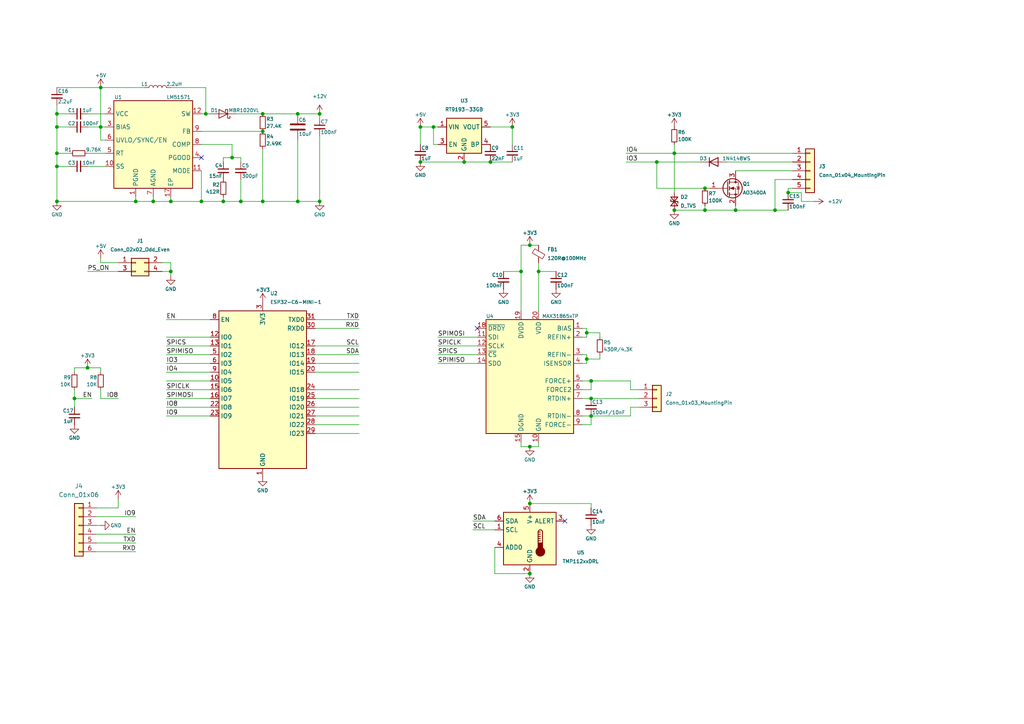
<source format=kicad_sch>
(kicad_sch (version 20250114) (generator "eeschema") (generator_version "9.0")
  (paper "A4")
  (junction (at 68.58 -22.86))
  (junction (at 204.47 60.96))
  (junction (at 31.75 -33.02))
  (junction (at 16.51 36.83))
  (junction (at 76.2 33.02))
  (junction (at 148.59 36.83))
  (junction (at 121.92 46.99))
  (junction (at 25.4 106.68))
  (junction (at 76.2 38.1))
  (junction (at 125.73 36.83))
  (junction (at 170.18 104.14))
  (junction (at 228.6 55.88))
  (junction (at 15.24 -33.02))
  (junction (at 121.92 36.83))
  (junction (at 30.48 -7.62))
  (junction (at 39.37 58.42))
  (junction (at 171.45 110.49))
  (junction (at 60.96 -7.62))
  (junction (at 134.62 46.99))
  (junction (at 153.67 71.12))
  (junction (at 171.45 115.57))
  (junction (at 16.51 33.02))
  (junction (at 41.91 -7.62))
  (junction (at 195.58 60.96))
  (junction (at 224.79 60.96))
  (junction (at 76.2 58.42))
  (junction (at 86.36 58.42))
  (junction (at 60.96 -17.78))
  (junction (at 49.53 78.74))
  (junction (at 77.47 -22.86))
  (junction (at 156.21 78.74))
  (junction (at 59.69 33.02))
  (junction (at 44.45 -7.62))
  (junction (at 195.58 44.45))
  (junction (at 92.71 58.42))
  (junction (at 30.48 -15.24))
  (junction (at 68.58 -7.62))
  (junction (at 153.67 146.05))
  (junction (at 29.21 25.4))
  (junction (at 64.77 58.42))
  (junction (at 153.67 166.37))
  (junction (at 190.5 46.99))
  (junction (at 171.45 120.65))
  (junction (at 16.51 58.42))
  (junction (at 67.31 45.72))
  (junction (at 204.47 54.61))
  (junction (at 142.24 46.99))
  (junction (at 58.42 58.42))
  (junction (at 153.67 129.54))
  (junction (at 77.47 -7.62))
  (junction (at 170.18 96.52))
  (junction (at 24.13 -7.62))
  (junction (at 92.71 33.02))
  (junction (at 213.36 60.96))
  (junction (at 69.85 58.42))
  (junction (at 49.53 58.42))
  (junction (at 16.51 44.45))
  (junction (at 60.96 -22.86))
  (junction (at 44.45 58.42))
  (junction (at 16.51 48.26))
  (junction (at 29.21 36.83))
  (junction (at 151.13 78.74))
  (junction (at 21.59 115.57))
  (junction (at 86.36 33.02))
  (no_connect (at 58.42 45.72))
  (no_connect (at 138.43 95.25))
  (no_connect (at 163.83 151.13))
  (wire (pts (xy 69.85 45.72) (xy 69.85 46.99)))
  (wire (pts (xy 46.99 -40.64) (xy 54.61 -40.64)))
  (wire (pts (xy 60.96 -7.62) (xy 44.45 -7.62)))
  (wire (pts (xy 30.48 40.64) (xy 29.21 40.64)))
  (wire (pts (xy 48.26 105.41) (xy 60.96 105.41)))
  (wire (pts (xy 30.48 -7.62) (xy 30.48 -8.89)))
  (wire (pts (xy 232.41 58.42) (xy 236.22 58.42)))
  (wire (pts (xy 48.26 113.03) (xy 60.96 113.03)))
  (wire (pts (xy 181.61 46.99) (xy 190.5 46.99)))
  (wire (pts (xy 31.75 -40.64) (xy 31.75 -33.02)))
  (wire (pts (xy 46.99 78.74) (xy 49.53 78.74)))
  (wire (pts (xy 228.6 55.88) (xy 232.41 55.88)))
  (wire (pts (xy 68.58 -15.24) (xy 68.58 -7.62)))
  (wire (pts (xy 92.71 33.02) (xy 86.36 33.02)))
  (wire (pts (xy 91.44 105.41) (xy 104.14 105.41)))
  (wire (pts (xy 15.24 -33.02) (xy 15.24 -31.75)))
  (wire (pts (xy 121.92 36.83) (xy 121.92 41.91)))
  (wire (pts (xy 33.02 -15.24) (xy 30.48 -15.24)))
  (wire (pts (xy 171.45 113.03) (xy 171.45 110.49)))
  (wire (pts (xy 91.44 123.19) (xy 104.14 123.19)))
  (wire (pts (xy 195.58 44.45) (xy 229.87 44.45)))
  (wire (pts (xy 77.47 -7.62) (xy 68.58 -7.62)))
  (wire (pts (xy 171.45 110.49) (xy 168.91 110.49)))
  (wire (pts (xy 34.29 144.78) (xy 34.29 147.32)))
  (wire (pts (xy 33.02 -33.02) (xy 31.75 -33.02)))
  (wire (pts (xy 67.31 41.91) (xy 67.31 45.72)))
  (wire (pts (xy 25.4 106.68) (xy 29.21 106.68)))
  (wire (pts (xy 66.04 -27.94) (xy 63.5 -27.94)))
  (wire (pts (xy 76.2 43.18) (xy 76.2 58.42)))
  (wire (pts (xy 143.51 158.75) (xy 143.51 166.37)))
  (wire (pts (xy 27.94 160.02) (xy 39.37 160.02)))
  (wire (pts (xy 48.26 120.65) (xy 60.96 120.65)))
  (wire (pts (xy 27.94 157.48) (xy 39.37 157.48)))
  (wire (pts (xy 213.36 60.96) (xy 224.79 60.96)))
  (wire (pts (xy 59.69 33.02) (xy 60.96 33.02)))
  (wire (pts (xy 21.59 106.68) (xy 21.59 107.95)))
  (wire (pts (xy 44.45 58.42) (xy 44.45 57.15)))
  (wire (pts (xy 195.58 44.45) (xy 195.58 55.88)))
  (wire (pts (xy 204.47 60.96) (xy 213.36 60.96)))
  (wire (pts (xy 29.21 113.03) (xy 29.21 115.57)))
  (wire (pts (xy 127 105.41) (xy 138.43 105.41)))
  (wire (pts (xy 127 41.91) (xy 125.73 41.91)))
  (wire (pts (xy 44.45 58.42) (xy 49.53 58.42)))
  (wire (pts (xy 25.4 78.74) (xy 34.29 78.74)))
  (wire (pts (xy 92.71 58.42) (xy 86.36 58.42)))
  (wire (pts (xy 156.21 71.12) (xy 153.67 71.12)))
  (wire (pts (xy 53.34 -17.78) (xy 60.96 -17.78)))
  (wire (pts (xy 21.59 118.11) (xy 21.59 115.57)))
  (wire (pts (xy 156.21 76.2) (xy 156.21 78.74)))
  (wire (pts (xy 127 97.79) (xy 138.43 97.79)))
  (wire (pts (xy 137.16 151.13) (xy 143.51 151.13)))
  (wire (pts (xy 168.91 123.19) (xy 171.45 123.19)))
  (wire (pts (xy 91.44 100.33) (xy 104.14 100.33)))
  (wire (pts (xy 170.18 95.25) (xy 170.18 96.52)))
  (wire (pts (xy 41.91 -8.89) (xy 41.91 -7.62)))
  (wire (pts (xy 29.21 106.68) (xy 29.21 107.95)))
  (wire (pts (xy 204.47 54.61) (xy 190.5 54.61)))
  (wire (pts (xy 16.51 48.26) (xy 20.32 48.26)))
  (wire (pts (xy 77.47 -15.24) (xy 77.47 -7.62)))
  (wire (pts (xy 69.85 58.42) (xy 64.77 58.42)))
  (wire (pts (xy 173.99 96.52) (xy 173.99 97.79)))
  (wire (pts (xy 229.87 52.07) (xy 224.79 52.07)))
  (wire (pts (xy 46.99 76.2) (xy 49.53 76.2)))
  (wire (pts (xy 48.26 100.33) (xy 60.96 100.33)))
  (wire (pts (xy 21.59 113.03) (xy 21.59 115.57)))
  (wire (pts (xy 156.21 78.74) (xy 156.21 90.17)))
  (wire (pts (xy 170.18 102.87) (xy 170.18 104.14)))
  (wire (pts (xy 30.48 -22.86) (xy 33.02 -22.86)))
  (wire (pts (xy 16.51 33.02) (xy 16.51 36.83)))
  (wire (pts (xy 121.92 46.99) (xy 134.62 46.99)))
  (wire (pts (xy 127 102.87) (xy 138.43 102.87)))
  (wire (pts (xy 143.51 166.37) (xy 153.67 166.37)))
  (wire (pts (xy 54.61 -33.02) (xy 53.34 -33.02)))
  (wire (pts (xy 39.37 149.86) (xy 27.94 149.86)))
  (wire (pts (xy 170.18 96.52) (xy 170.18 97.79)))
  (wire (pts (xy 195.58 41.91) (xy 195.58 44.45)))
  (wire (pts (xy 29.21 36.83) (xy 29.21 25.4)))
  (wire (pts (xy 16.51 36.83) (xy 16.51 44.45)))
  (wire (pts (xy 153.67 71.12) (xy 151.13 71.12)))
  (wire (pts (xy 16.51 58.42) (xy 39.37 58.42)))
  (wire (pts (xy 48.26 102.87) (xy 60.96 102.87)))
  (wire (pts (xy 182.88 113.03) (xy 182.88 110.49)))
  (wire (pts (xy 121.92 36.83) (xy 125.73 36.83)))
  (wire (pts (xy 151.13 128.27) (xy 151.13 129.54)))
  (wire (pts (xy 49.53 58.42) (xy 49.53 57.15)))
  (wire (pts (xy 68.58 -22.86) (xy 77.47 -22.86)))
  (wire (pts (xy 48.26 107.95) (xy 60.96 107.95)))
  (wire (pts (xy 171.45 115.57) (xy 185.42 115.57)))
  (wire (pts (xy 39.37 58.42) (xy 39.37 57.15)))
  (wire (pts (xy 15.24 -7.62) (xy 24.13 -7.62)))
  (wire (pts (xy 153.67 129.54) (xy 156.21 129.54)))
  (wire (pts (xy 171.45 120.65) (xy 182.88 120.65)))
  (wire (pts (xy 16.51 25.4) (xy 29.21 25.4)))
  (wire (pts (xy 170.18 96.52) (xy 173.99 96.52)))
  (wire (pts (xy 68.58 33.02) (xy 76.2 33.02)))
  (wire (pts (xy 125.73 41.91) (xy 125.73 36.83)))
  (wire (pts (xy 49.53 78.74) (xy 49.53 80.01)))
  (wire (pts (xy 76.2 33.02) (xy 86.36 33.02)))
  (wire (pts (xy 25.4 44.45) (xy 30.48 44.45)))
  (wire (pts (xy 54.61 -40.64) (xy 54.61 -33.02)))
  (wire (pts (xy 27.94 154.94) (xy 39.37 154.94)))
  (wire (pts (xy 29.21 76.2) (xy 29.21 74.93)))
  (wire (pts (xy 182.88 110.49) (xy 171.45 110.49)))
  (wire (pts (xy 48.26 110.49) (xy 60.96 110.49)))
  (wire (pts (xy 29.21 76.2) (xy 34.29 76.2)))
  (wire (pts (xy 92.71 39.37) (xy 92.71 58.42)))
  (wire (pts (xy 224.79 52.07) (xy 224.79 60.96)))
  (wire (pts (xy 34.29 147.32) (xy 27.94 147.32)))
  (wire (pts (xy 168.91 102.87) (xy 170.18 102.87)))
  (wire (pts (xy 91.44 107.95) (xy 104.14 107.95)))
  (wire (pts (xy 60.96 -22.86) (xy 68.58 -22.86)))
  (wire (pts (xy 91.44 118.11) (xy 104.14 118.11)))
  (wire (pts (xy 60.96 -12.7) (xy 60.96 -7.62)))
  (wire (pts (xy 91.44 125.73) (xy 104.14 125.73)))
  (wire (pts (xy 134.62 46.99) (xy 142.24 46.99)))
  (wire (pts (xy 30.48 -7.62) (xy 41.91 -7.62)))
  (wire (pts (xy 127 100.33) (xy 138.43 100.33)))
  (wire (pts (xy 29.21 25.4) (xy 41.91 25.4)))
  (wire (pts (xy 229.87 54.61) (xy 228.6 54.61)))
  (wire (pts (xy 58.42 49.53) (xy 58.42 58.42)))
  (wire (pts (xy 168.91 115.57) (xy 171.45 115.57)))
  (wire (pts (xy 30.48 -15.24) (xy 30.48 -13.97)))
  (wire (pts (xy 16.51 36.83) (xy 20.32 36.83)))
  (wire (pts (xy 148.59 36.83) (xy 142.24 36.83)))
  (wire (pts (xy 39.37 58.42) (xy 44.45 58.42)))
  (wire (pts (xy 182.88 118.11) (xy 185.42 118.11)))
  (wire (pts (xy 20.32 33.02) (xy 16.51 33.02)))
  (wire (pts (xy 48.26 97.79) (xy 60.96 97.79)))
  (wire (pts (xy 25.4 36.83) (xy 29.21 36.83)))
  (wire (pts (xy 153.67 146.05) (xy 171.45 146.05)))
  (wire (pts (xy 25.4 48.26) (xy 30.48 48.26)))
  (wire (pts (xy 21.59 115.57) (xy 26.67 115.57)))
  (wire (pts (xy 91.44 95.25) (xy 104.14 95.25)))
  (wire (pts (xy 25.4 33.02) (xy 30.48 33.02)))
  (wire (pts (xy 142.24 46.99) (xy 148.59 46.99)))
  (wire (pts (xy 168.91 95.25) (xy 170.18 95.25)))
  (wire (pts (xy 190.5 54.61) (xy 190.5 46.99)))
  (wire (pts (xy 49.53 58.42) (xy 58.42 58.42)))
  (wire (pts (xy 16.51 44.45) (xy 16.51 48.26)))
  (wire (pts (xy 49.53 25.4) (xy 59.69 25.4)))
  (wire (pts (xy 49.53 76.2) (xy 49.53 78.74)))
  (wire (pts (xy 168.91 120.65) (xy 171.45 120.65)))
  (wire (pts (xy 190.5 46.99) (xy 203.2 46.99)))
  (wire (pts (xy 30.48 -27.94) (xy 33.02 -27.94)))
  (wire (pts (xy 67.31 45.72) (xy 69.85 45.72)))
  (wire (pts (xy 58.42 41.91) (xy 67.31 41.91)))
  (wire (pts (xy 29.21 115.57) (xy 34.29 115.57)))
  (wire (pts (xy 15.24 -24.13) (xy 15.24 -7.62)))
  (wire (pts (xy 58.42 33.02) (xy 59.69 33.02)))
  (wire (pts (xy 48.26 115.57) (xy 60.96 115.57)))
  (wire (pts (xy 91.44 120.65) (xy 104.14 120.65)))
  (wire (pts (xy 168.91 113.03) (xy 171.45 113.03)))
  (wire (pts (xy 58.42 38.1) (xy 76.2 38.1)))
  (wire (pts (xy 21.59 106.68) (xy 25.4 106.68)))
  (wire (pts (xy 44.45 -7.62) (xy 44.45 -8.89)))
  (wire (pts (xy 156.21 78.74) (xy 161.29 78.74)))
  (wire (pts (xy 151.13 78.74) (xy 151.13 90.17)))
  (wire (pts (xy 228.6 54.61) (xy 228.6 55.88)))
  (wire (pts (xy 53.34 -27.94) (xy 58.42 -27.94)))
  (wire (pts (xy 92.71 33.02) (xy 92.71 34.29)))
  (wire (pts (xy 204.47 60.96) (xy 204.47 59.69)))
  (wire (pts (xy 91.44 92.71) (xy 104.14 92.71)))
  (wire (pts (xy 171.45 146.05) (xy 171.45 147.32)))
  (wire (pts (xy 41.91 -7.62) (xy 44.45 -7.62)))
  (wire (pts (xy 16.51 44.45) (xy 20.32 44.45)))
  (wire (pts (xy 173.99 104.14) (xy 173.99 102.87)))
  (wire (pts (xy 170.18 97.79) (xy 168.91 97.79)))
  (wire (pts (xy 24.13 -13.97) (xy 24.13 -15.24)))
  (wire (pts (xy 76.2 58.42) (xy 69.85 58.42)))
  (wire (pts (xy 137.16 153.67) (xy 143.51 153.67)))
  (wire (pts (xy 91.44 102.87) (xy 104.14 102.87)))
  (wire (pts (xy 213.36 49.53) (xy 229.87 49.53)))
  (wire (pts (xy 170.18 105.41) (xy 168.91 105.41)))
  (wire (pts (xy 182.88 118.11) (xy 182.88 120.65)))
  (wire (pts (xy 16.51 48.26) (xy 16.51 58.42)))
  (wire (pts (xy 148.59 36.83) (xy 148.59 41.91)))
  (wire (pts (xy 151.13 129.54) (xy 153.67 129.54)))
  (wire (pts (xy 64.77 58.42) (xy 64.77 57.15)))
  (wire (pts (xy 29.21 40.64) (xy 29.21 36.83)))
  (wire (pts (xy 185.42 113.03) (xy 182.88 113.03)))
  (wire (pts (xy 24.13 -8.89) (xy 24.13 -7.62)))
  (wire (pts (xy 195.58 60.96) (xy 204.47 60.96)))
  (wire (pts (xy 156.21 129.54) (xy 156.21 128.27)))
  (wire (pts (xy 64.77 45.72) (xy 64.77 46.99)))
  (wire (pts (xy 86.36 40.64) (xy 86.36 58.42)))
  (wire (pts (xy 86.36 58.42) (xy 76.2 58.42)))
  (wire (pts (xy 181.61 44.45) (xy 195.58 44.45)))
  (wire (pts (xy 170.18 104.14) (xy 170.18 105.41)))
  (wire (pts (xy 171.45 120.65) (xy 171.45 123.19)))
  (wire (pts (xy 224.79 60.96) (xy 228.6 60.96)))
  (wire (pts (xy 53.34 -22.86) (xy 60.96 -22.86)))
  (wire (pts (xy 151.13 71.12) (xy 151.13 78.74)))
  (wire (pts (xy 16.51 30.48) (xy 16.51 33.02)))
  (wire (pts (xy 59.69 25.4) (xy 59.69 33.02)))
  (wire (pts (xy 68.58 -20.32) (xy 68.58 -22.86)))
  (wire (pts (xy 146.05 78.74) (xy 151.13 78.74)))
  (wire (pts (xy 69.85 52.07) (xy 69.85 58.42)))
  (wire (pts (xy 48.26 92.71) (xy 60.96 92.71)))
  (wire (pts (xy 232.41 55.88) (xy 232.41 58.42)))
  (wire (pts (xy 39.37 -40.64) (xy 31.75 -40.64)))
  (wire (pts (xy 29.21 152.4) (xy 27.94 152.4)))
  (wire (pts (xy 91.44 113.03) (xy 104.14 113.03)))
  (wire (pts (xy 210.82 46.99) (xy 229.87 46.99)))
  (wire (pts (xy 24.13 -15.24) (xy 30.48 -15.24)))
  (wire (pts (xy 24.13 -7.62) (xy 30.48 -7.62)))
  (wire (pts (xy 64.77 45.72) (xy 67.31 45.72)))
  (wire (pts (xy 68.58 -7.62) (xy 60.96 -7.62)))
  (wire (pts (xy 91.44 115.57) (xy 104.14 115.57)))
  (wire (pts (xy 125.73 36.83) (xy 127 36.83)))
  (wire (pts (xy 170.18 104.14) (xy 173.99 104.14)))
  (wire (pts (xy 31.75 -33.02) (xy 15.24 -33.02)))
  (wire (pts (xy 205.74 54.61) (xy 204.47 54.61)))
  (wire (pts (xy 48.26 118.11) (xy 60.96 118.11)))
  (wire (pts (xy 29.21 36.83) (xy 30.48 36.83)))
  (wire (pts (xy 213.36 60.96) (xy 213.36 59.69)))
  (wire (pts (xy 58.42 58.42) (xy 64.77 58.42)))
  (label "SPICS" (at 48.26 100.33 0))
  (label "TXD" (at 39.37 157.48 180))
  (label "SPIMOSI" (at 127 97.79 0))
  (label "IO8" (at 34.29 115.57 180))
  (label "PS_ON" (at 25.4 78.74 0))
  (label "IO4" (at 181.61 44.45 0))
  (label "RXD" (at 39.37 160.02 180))
  (label "IO9" (at 48.26 120.65 0))
  (label "SPIMISO" (at 127 105.41 0))
  (label "IO4" (at 48.26 107.95 0))
  (label "SPIMISO" (at 48.26 102.87 0))
  (label "EN" (at 48.26 92.71 0))
  (label "SPIMOSI" (at 48.26 115.57 0))
  (label "IO8" (at 48.26 118.11 0))
  (label "SDA" (at 137.16 151.13 0))
  (label "IO3" (at 181.61 46.99 0))
  (label "EN" (at 39.37 154.94 180))
  (label "SCL" (at 104.14 100.33 180))
  (label "EN" (at 26.67 115.57 180))
  (label "IO3" (at 48.26 105.41 0))
  (label "SPICLK" (at 127 100.33 0))
  (label "SPICS" (at 127 102.87 0))
  (label "SCL" (at 137.16 153.67 0))
  (label "RXD" (at 104.14 95.25 180))
  (label "SDA" (at 104.14 102.87 180))
  (label "IO9" (at 39.37 149.86 180))
  (label "TXD" (at 104.14 92.71 180))
  (label "SPICLK" (at 48.26 113.03 0))
  (symbol (lib_id "Device:C_Small") (at 146.05 81.28 0) (unit 1)
    (property "Reference" "C10" (at 145.796 79.756 0) (effects (font (size 1.016 1.016)) (justify right)))
    (property "Value" "100nF" (at 145.796 82.804 0) (effects (font (size 1.016 1.016)) (justify right)))
    (property "Footprint" "Capacitor_SMD:C_0402_1005Metric" (effects (hide yes)))
    (property "Description" "Unpolarized capacitor, small symbol" (effects (hide yes)))
  )
  (symbol (lib_id "power:GND") (at 21.59 123.19 0) (unit 1)
    (property "Reference" "#PWR027" (effects (hide yes)))
    (property "Value" "GND" (at 21.59 127 0) (effects (font (size 1.016 1.016))))
    (property "Description" "Power symbol creates a global label with name \"GND\" , ground" (effects (hide yes)))
  )
  (symbol (lib_id "Device:C_Small") (at 142.24 44.45 0) (mirror y) (unit 1)
    (property "Reference" "C9" (at 142.494 42.926 0) (effects (font (size 1.016 1.016)) (justify right)))
    (property "Value" "22nF" (at 142.494 45.974 0) (effects (font (size 1.016 1.016)) (justify right)))
    (property "Footprint" "Capacitor_SMD:C_0402_1005Metric" (effects (hide yes)))
    (property "Description" "Unpolarized capacitor, small symbol" (effects (hide yes)))
  )
  (symbol (lib_id "Device:C_Small") (at 171.45 118.11 0) (mirror y) (unit 1)
    (property "Reference" "C13" (at 171.704 116.586 0) (effects (font (size 1.016 1.016)) (justify right)))
    (property "Value" "100nF/10nF" (at 171.704 119.634 0) (effects (font (size 1.016 1.016)) (justify right)))
    (property "Footprint" "Capacitor_SMD:C_0402_1005Metric" (effects (hide yes)))
    (property "Description" "Unpolarized capacitor, small symbol" (effects (hide yes)))
  )
  (symbol (lib_id "Connector_Generic:Conn_01x05") (at 234.95 49.53 0) (unit 1)
    (property "Reference" "J3" (at 237.49 48.2599 0) (effects (font (size 1.016 1.016)) (justify left)))
    (property "Value" "Conn_01x04_MountingPin" (at 237.49 50.7999 0) (effects (font (size 1.016 1.016)) (justify left)))
    (property "Footprint" "Connector_Molex:Molex_PicoBlade_53047-0510_1x05_P1.25mm_Vertical" (effects (hide yes)))
    (property "Description" "Generic connector, single row, 01x05, script generated (kicad-library-utils/schlib/autogen/connector/)" (effects (hide yes)))
  )
  (symbol (lib_id "Device:C_Small") (at 16.51 27.94 0) (mirror y) (unit 1)
    (property "Reference" "C16" (at 16.764 26.416 0) (effects (font (size 1.016 1.016)) (justify right)))
    (property "Value" "2.2uF" (at 16.764 29.464 0) (effects (font (size 1.016 1.016)) (justify right)))
    (property "Footprint" "Capacitor_SMD:C_0603_1608Metric" (effects (hide yes)))
    (property "Description" "Unpolarized capacitor, small symbol" (effects (hide yes)))
  )
  (symbol (lib_id "power:+3V3") (at 153.67 146.05 0) (unit 1)
    (property "Reference" "#PWR017" (effects (hide yes)))
    (property "Value" "+3V3" (at 153.67 142.494 0) (effects (font (size 1.016 1.016))))
    (property "Description" "Power symbol creates a global label with name \"+3V3\"" (effects (hide yes)))
  )
  (symbol (lib_id "Fan_Controller:RT9193-33GB") (at 134.62 39.37 0) (unit 1)
    (property "Reference" "U3" (at 134.62 29.21 0) (effects (font (size 1.016 1.016))))
    (property "Value" "RT9193-33GB" (at 134.62 31.75 0) (effects (font (size 1.016 1.016))))
    (property "Footprint" "Package_TO_SOT_SMD:SOT-23-5" (effects (hide yes)))
  )
  (symbol (lib_id "RF_Module:ESP32-C6-MINI-1") (at 76.2 113.03 0) (unit 1)
    (property "Reference" "U2" (at 78.3433 85.09 0) (effects (font (size 1.016 1.016)) (justify left)))
    (property "Value" "ESP32-C6-MINI-1" (at 78.3433 87.63 0) (effects (font (size 1.016 1.016)) (justify left)))
    (property "Footprint" "Fan_Controller:ESP32-C6-MINI-1U" (effects (hide yes)))
    (property "Datasheet" "https://www.espressif.com/sites/default/files/documentation/esp32-c6-mini-1_mini-1u_datasheet_en.pdf" (effects (hide yes)))
    (property "Description" "RF Module, ESP32-C6 SoC, Wi-Fi 802.11b/g/n/ax, Bluetooth, BLE, Zigbee, Thread, 32-bit, 3.3V, SMD, onboard antenna" (effects (hide yes)))
  )
  (symbol (lib_id "power:GND") (at 153.67 129.54 0) (unit 1)
    (property "Reference" "#PWR015" (effects (hide yes)))
    (property "Value" "GND" (at 153.67 133.35 0) (effects (font (size 1.016 1.016))))
    (property "Description" "Power symbol creates a global label with name \"GND\" , ground" (effects (hide yes)))
  )
  (symbol (lib_id "Device:R_Small") (at 64.77 54.61 0) (mirror y) (unit 1)
    (property "Reference" "R2" (at 63.754 53.594 0) (effects (font (size 1.016 1.016)) (justify left)))
    (property "Value" "412R" (at 63.754 55.626 0) (effects (font (size 1.016 1.016)) (justify left)))
    (property "Footprint" "Resistor_SMD:R_0402_1005Metric" (effects (hide yes)))
    (property "Description" "Resistor, small symbol" (effects (hide yes)))
  )
  (symbol (lib_id "power:GND") (at 66.04 -27.94 90) (unit 1) (exclude_from_sim yes) (in_bom no) (on_board no) (dnp yes)
    (property "Reference" "#PWR01" (effects (hide yes)))
    (property "Value" "GND" (at 68.834 -27.94 90) (effects (font (size 1.016 1.016)) (justify right)))
    (property "Description" "Power symbol creates a global label with name \"GND\" , ground" (effects (hide yes)))
  )
  (symbol (lib_id "power:GND") (at 153.67 166.37 0) (unit 1)
    (property "Reference" "#PWR018" (effects (hide yes)))
    (property "Value" "GND" (at 153.67 170.18 0) (effects (font (size 1.016 1.016))))
    (property "Description" "Power symbol creates a global label with name \"GND\" , ground" (effects (hide yes)))
  )
  (symbol (lib_id "power:+3V3") (at 153.67 71.12 0) (unit 1)
    (property "Reference" "#PWR012" (effects (hide yes)))
    (property "Value" "+3V3" (at 153.67 67.564 0) (effects (font (size 1.016 1.016))))
    (property "Description" "Power symbol creates a global label with name \"+3V3\"" (effects (hide yes)))
  )
  (symbol (lib_id "Device:R_Small") (at 29.21 110.49 0) (mirror y) (unit 1)
    (property "Reference" "R8" (at 28.194 109.474 0) (effects (font (size 1.016 1.016)) (justify left)))
    (property "Value" "10K" (at 28.194 111.506 0) (effects (font (size 1.016 1.016)) (justify left)))
    (property "Footprint" "Resistor_SMD:R_0402_1005Metric" (effects (hide yes)))
    (property "Description" "Resistor, small symbol" (effects (hide yes)))
  )
  (symbol (lib_id "Device:C") (at 77.47 -19.05 0) (unit 1) (exclude_from_sim yes) (in_bom no) (on_board no) (dnp yes)
    (property "Reference" "C106" (at 77.724 -21.082 0) (effects (font (size 1.016 1.016)) (justify left)))
    (property "Value" "100uF" (at 77.724 -17.018 0) (effects (font (size 1.016 1.016)) (justify left)))
    (property "Footprint" "Capacitor_SMD:C_0402_1005Metric" (effects (hide yes)))
    (property "Description" "Unpolarized capacitor" (effects (hide yes)))
  )
  (symbol (lib_id "power:GND") (at 76.2 138.43 0) (unit 1)
    (property "Reference" "#PWR023" (effects (hide yes)))
    (property "Value" "GND" (at 76.2 142.24 0) (effects (font (size 1.016 1.016))))
    (property "Description" "Power symbol creates a global label with name \"GND\" , ground" (effects (hide yes)))
  )
  (symbol (lib_id "Sensor_Temperature:TMP112xxDRL") (at 153.67 156.21 0) (unit 1)
    (property "Reference" "U5" (at 168.402 160.274 0) (effects (font (size 1.016 1.016))))
    (property "Value" "TMP112xxDRL" (at 168.402 162.814 0) (effects (font (size 1.016 1.016))))
    (property "Footprint" "Package_TO_SOT_SMD:SOT-563" (effects (hide yes)))
    (property "Datasheet" "https://www.ti.com/lit/ds/symlink/tmp112.pdf" (effects (hide yes)))
    (property "Description" "Digital Temperature Sensor with I2C/SMBus/Two-wire Interface, 12 bits, ±1°C, one-shot conversion, alert, nist traceable, SOT-563" (effects (hide yes)))
  )
  (symbol (lib_id "Device:C_Small") (at 22.86 36.83 90) (unit 1)
    (property "Reference" "C2" (at 21.844 35.814 90) (effects (font (size 1.016 1.016)) (justify left)))
    (property "Value" "100nF" (at 23.876 35.814 90) (effects (font (size 1.016 1.016)) (justify right)))
    (property "Footprint" "Capacitor_SMD:C_0402_1005Metric" (effects (hide yes)))
    (property "Description" "Unpolarized capacitor, small symbol" (effects (hide yes)))
  )
  (symbol (lib_id "Device:R_Small") (at 21.59 110.49 0) (mirror y) (unit 1)
    (property "Reference" "R9" (at 20.574 109.474 0) (effects (font (size 1.016 1.016)) (justify left)))
    (property "Value" "10K" (at 20.574 111.506 0) (effects (font (size 1.016 1.016)) (justify left)))
    (property "Footprint" "Resistor_SMD:R_0402_1005Metric" (effects (hide yes)))
    (property "Description" "Resistor, small symbol" (effects (hide yes)))
  )
  (symbol (lib_id "power:+3V3") (at 34.29 144.78 0) (unit 1)
    (property "Reference" "#PWR024" (effects (hide yes)))
    (property "Value" "+3V3" (at 34.29 141.224 0) (effects (font (size 1.016 1.016))))
    (property "Description" "Power symbol creates a global label with name \"+3V3\"" (effects (hide yes)))
  )
  (symbol (lib_id "Device:L") (at 43.18 -40.64 90) (unit 1) (exclude_from_sim yes) (in_bom no) (on_board no) (dnp yes)
    (property "Reference" "L101" (at 40.386 -41.656 90) (effects (font (size 1.016 1.016)) (justify left)))
    (property "Value" "10uH" (at 45.72 -41.656 90) (effects (font (size 1.016 1.016)) (justify right)))
    (property "Footprint" "Inductor_SMD:L_Sunlord_SWPA252012S" (effects (hide yes)))
    (property "Description" "Inductor" (effects (hide yes)))
  )
  (symbol (lib_id "Diode:1N4148WS") (at 207.01 46.99 0) (unit 1)
    (property "Reference" "D3" (at 203.962 45.974 0) (effects (font (size 1.016 1.016))))
    (property "Value" "1N4148WS" (at 213.614 45.974 0) (effects (font (size 1.016 1.016))))
    (property "Footprint" "Diode_SMD:D_SOD-323" (effects (hide yes)))
    (property "Datasheet" "https://www.vishay.com/docs/85751/1n4148ws.pdf" (effects (hide yes)))
    (property "Description" "75V 0.15A Fast switching Diode, SOD-323" (effects (hide yes)))
    (property "Sim.Device" "D" (effects (hide yes)))
    (property "Sim.Pins" "1=K 2=A" (effects (hide yes)))
  )
  (symbol (lib_id "power:+12V") (at 92.71 33.02 0) (unit 1)
    (property "Reference" "#PWR029" (effects (hide yes)))
    (property "Value" "+12V" (at 92.71 27.94 0) (effects (font (size 1.016 1.016))))
    (property "Description" "Power symbol creates a global label with name \"+12V\"" (effects (hide yes)))
  )
  (symbol (lib_id "power:GND") (at 121.92 46.99 0) (unit 1)
    (property "Reference" "#PWR07" (effects (hide yes)))
    (property "Value" "GND" (at 121.92 50.8 0) (effects (font (size 1.016 1.016))))
    (property "Description" "Power symbol creates a global label with name \"GND\" , ground" (effects (hide yes)))
  )
  (symbol (lib_id "power:+5V") (at 29.21 25.4 0) (unit 1)
    (property "Reference" "#PWR021" (effects (hide yes)))
    (property "Value" "+5V" (at 29.21 21.844 0) (effects (font (size 1.016 1.016))))
    (property "Description" "Power symbol creates a global label with name \"+5V\"" (effects (hide yes)))
  )
  (symbol (lib_id "power:+12V") (at 236.22 58.42 270) (unit 1)
    (property "Reference" "#PWR02" (effects (hide yes)))
    (property "Value" "+12V" (at 240.03 58.4199 90) (effects (font (size 1.016 1.016)) (justify left)))
    (property "Description" "Power symbol creates a global label with name \"+12V\"" (effects (hide yes)))
  )
  (symbol (lib_id "Device:C_Small") (at 22.86 48.26 90) (unit 1)
    (property "Reference" "C3" (at 21.844 47.244 90) (effects (font (size 1.016 1.016)) (justify left)))
    (property "Value" "10nF" (at 23.876 47.244 90) (effects (font (size 1.016 1.016)) (justify right)))
    (property "Footprint" "Capacitor_SMD:C_0402_1005Metric" (effects (hide yes)))
    (property "Description" "Unpolarized capacitor, small symbol" (effects (hide yes)))
  )
  (symbol (lib_id "power:+5V") (at 121.92 36.83 0) (unit 1)
    (property "Reference" "#PWR05" (effects (hide yes)))
    (property "Value" "+5V" (at 121.92 33.274 0) (effects (font (size 1.016 1.016))))
    (property "Description" "Power symbol creates a global label with name \"+5V\"" (effects (hide yes)))
  )
  (symbol (lib_id "Device:C") (at 86.36 36.83 0) (unit 1)
    (property "Reference" "C6" (at 86.614 34.798 0) (effects (font (size 1.016 1.016)) (justify left)))
    (property "Value" "10uF" (at 86.614 38.862 0) (effects (font (size 1.016 1.016)) (justify left)))
    (property "Footprint" "Capacitor_SMD:C_0603_1608Metric" (effects (hide yes)))
    (property "Description" "Unpolarized capacitor" (effects (hide yes)))
  )
  (symbol (lib_id "Device:C_Small") (at 228.6 58.42 0) (mirror y) (unit 1)
    (property "Reference" "C15" (at 228.854 56.896 0) (effects (font (size 1.016 1.016)) (justify right)))
    (property "Value" "100nF" (at 228.854 59.944 0) (effects (font (size 1.016 1.016)) (justify right)))
    (property "Footprint" "Capacitor_SMD:C_0402_1005Metric" (effects (hide yes)))
    (property "Description" "Unpolarized capacitor, small symbol" (effects (hide yes)))
  )
  (symbol (lib_id "power:+5V") (at 15.24 -33.02 0) (unit 1) (exclude_from_sim yes) (in_bom no) (on_board no) (dnp yes)
    (property "Reference" "#PWR09" (effects (hide yes)))
    (property "Value" "+5V" (at 15.24 -36.576 0) (effects (font (size 1.016 1.016))))
    (property "Description" "Power symbol creates a global label with name \"+5V\"" (effects (hide yes)))
  )
  (symbol (lib_id "Device:R_Small") (at 76.2 40.64 0) (unit 1)
    (property "Reference" "R4" (at 77.216 39.624 0) (effects (font (size 1.016 1.016)) (justify left)))
    (property "Value" "2.49K" (at 77.216 41.656 0) (effects (font (size 1.016 1.016)) (justify left)))
    (property "Footprint" "Resistor_SMD:R_0402_1005Metric" (effects (hide yes)))
    (property "Description" "Resistor, small symbol" (effects (hide yes)))
  )
  (symbol (lib_id "power:+3V3") (at 195.58 36.83 0) (unit 1)
    (property "Reference" "#PWR04" (effects (hide yes)))
    (property "Value" "+3V3" (at 195.58 33.274 0) (effects (font (size 1.016 1.016))))
    (property "Description" "Power symbol creates a global label with name \"+3V3\"" (effects (hide yes)))
  )
  (symbol (lib_id "power:GND") (at 16.51 58.42 0) (unit 1)
    (property "Reference" "#PWR020" (effects (hide yes)))
    (property "Value" "GND" (at 16.51 62.23 0) (effects (font (size 1.016 1.016))))
    (property "Description" "Power symbol creates a global label with name \"GND\" , ground" (effects (hide yes)))
  )
  (symbol (lib_id "Connector_Generic:Conn_02x02_Odd_Even") (at 39.37 76.2 0) (unit 1)
    (property "Reference" "J1" (at 40.64 69.85 0) (effects (font (size 1.016 1.016))))
    (property "Value" "Conn_02x02_Odd_Even" (at 40.64 72.39 0) (effects (font (size 1.016 1.016))))
    (property "Footprint" "Connector_Hirose:Hirose_DF11-4DP-2DSA_2x02_P2.00mm_Vertical" (effects (hide yes)))
    (property "Description" "Generic connector, double row, 02x02, odd/even pin numbering scheme (row 1 odd numbers, row 2 even numbers), script generated (kicad-library-utils/schlib/autogen/connector/)" (effects (hide yes)))
  )
  (symbol (lib_id "power:GND") (at 171.45 152.4 0) (unit 1)
    (property "Reference" "#PWR016" (effects (hide yes)))
    (property "Value" "GND" (at 171.45 156.21 0) (effects (font (size 1.016 1.016))))
    (property "Description" "Power symbol creates a global label with name \"GND\" , ground" (effects (hide yes)))
  )
  (symbol (lib_id "Device:C_Small") (at 69.85 49.53 0) (mirror y) (unit 1)
    (property "Reference" "C5" (at 70.104 48.006 0) (effects (font (size 1.016 1.016)) (justify right)))
    (property "Value" "300pF" (at 70.104 51.054 0) (effects (font (size 1.016 1.016)) (justify right)))
    (property "Footprint" "Capacitor_SMD:C_0402_1005Metric" (effects (hide yes)))
    (property "Description" "Unpolarized capacitor, small symbol" (effects (hide yes)))
  )
  (symbol (lib_id "Diode:MBR1020VL") (at 64.77 33.02 180) (unit 1)
    (property "Reference" "D1" (at 63.246 32.004 0) (effects (font (size 1.016 1.016)) (justify left)))
    (property "Value" "MBR1020VL" (at 66.294 32.004 0) (effects (font (size 1.016 1.016)) (justify right)))
    (property "Footprint" "Diode_SMD:D_SOD-123F" (effects (hide yes)))
    (property "Datasheet" "https://www.onsemi.com/pub/Collateral/MBR1020VL-D.PDF" (effects (hide yes)))
    (property "Description" "20V, 1A, 340 mV, Schottky Diode Rectifier, SOD-123F" (effects (hide yes)))
  )
  (symbol (lib_id "Device:C_Small") (at 121.92 44.45 0) (mirror y) (unit 1)
    (property "Reference" "C8" (at 122.174 42.926 0) (effects (font (size 1.016 1.016)) (justify right)))
    (property "Value" "1uF" (at 122.174 45.974 0) (effects (font (size 1.016 1.016)) (justify right)))
    (property "Footprint" "Capacitor_SMD:C_0402_1005Metric" (effects (hide yes)))
    (property "Description" "Unpolarized capacitor, small symbol" (effects (hide yes)))
  )
  (symbol (lib_id "Device:R_Small") (at 76.2 35.56 0) (unit 1)
    (property "Reference" "R3" (at 77.216 34.544 0) (effects (font (size 1.016 1.016)) (justify left)))
    (property "Value" "27.4K" (at 77.216 36.576 0) (effects (font (size 1.016 1.016)) (justify left)))
    (property "Footprint" "Resistor_SMD:R_0402_1005Metric" (effects (hide yes)))
    (property "Description" "Resistor, small symbol" (effects (hide yes)))
  )
  (symbol (lib_id "Device:D_TVS_Small") (at 195.58 58.42 90) (unit 1)
    (property "Reference" "D2" (at 197.358 57.15 90) (effects (font (size 1.016 1.016)) (justify right)))
    (property "Value" "D_TVS" (at 197.358 59.69 90) (effects (font (size 1.016 1.016)) (justify right)))
    (property "Footprint" "Diode_SMD:D_0402_1005Metric" (effects (hide yes)))
    (property "Description" "Bidirectional transient-voltage-suppression diode, small symbol" (effects (hide yes)))
  )
  (symbol (lib_id "Device:C") (at 15.24 -27.94 0) (unit 1) (exclude_from_sim yes) (in_bom no) (on_board no) (dnp yes)
    (property "Reference" "C101" (at 15.494 -29.972 0) (effects (font (size 1.016 1.016)) (justify left)))
    (property "Value" "4.7uF" (at 15.494 -25.908 0) (effects (font (size 1.016 1.016)) (justify left)))
    (property "Footprint" "Capacitor_SMD:C_0603_1608Metric" (effects (hide yes)))
    (property "Description" "Unpolarized capacitor" (effects (hide yes)))
  )
  (symbol (lib_id "Device:C_Small") (at 30.48 -25.4 0) (unit 1) (exclude_from_sim yes) (in_bom no) (on_board no) (dnp yes)
    (property "Reference" "C102" (at 30.226 -26.924 0) (effects (font (size 1.016 1.016)) (justify right)))
    (property "Value" "100nF" (at 30.226 -23.876 0) (effects (font (size 1.016 1.016)) (justify right)))
    (property "Footprint" "Capacitor_SMD:C_0402_1005Metric" (effects (hide yes)))
    (property "Description" "Unpolarized capacitor, small symbol" (effects (hide yes)))
  )
  (symbol (lib_id "Device:C_Small") (at 171.45 149.86 0) (mirror y) (unit 1)
    (property "Reference" "C14" (at 171.704 148.336 0) (effects (font (size 1.016 1.016)) (justify right)))
    (property "Value" "10nF" (at 171.704 151.384 0) (effects (font (size 1.016 1.016)) (justify right)))
    (property "Footprint" "Capacitor_SMD:C_0402_1005Metric" (effects (hide yes)))
    (property "Description" "Unpolarized capacitor, small symbol" (effects (hide yes)))
  )
  (symbol (lib_id "Device:C_Small") (at 22.86 33.02 90) (unit 1)
    (property "Reference" "C1" (at 21.844 32.004 90) (effects (font (size 1.016 1.016)) (justify left)))
    (property "Value" "1uF" (at 23.876 32.004 90) (effects (font (size 1.016 1.016)) (justify right)))
    (property "Footprint" "Capacitor_SMD:C_0402_1005Metric" (effects (hide yes)))
    (property "Description" "Unpolarized capacitor, small symbol" (effects (hide yes)))
  )
  (symbol (lib_id "Device:C_Small") (at 92.71 36.83 0) (mirror y) (unit 1)
    (property "Reference" "C7" (at 92.964 35.306 0) (effects (font (size 1.016 1.016)) (justify right)))
    (property "Value" "100nF" (at 92.964 38.354 0) (effects (font (size 1.016 1.016)) (justify right)))
    (property "Footprint" "Capacitor_SMD:C_0402_1005Metric" (effects (hide yes)))
    (property "Description" "Unpolarized capacitor, small symbol" (effects (hide yes)))
  )
  (symbol (lib_id "Device:R_Small") (at 173.99 100.33 0) (unit 1)
    (property "Reference" "R5" (at 175.006 99.314 0) (effects (font (size 1.016 1.016)) (justify left)))
    (property "Value" "430R/4.3K" (at 175.006 101.346 0) (effects (font (size 1.016 1.016)) (justify left)))
    (property "Footprint" "Resistor_SMD:R_0603_1608Metric" (effects (hide yes)))
    (property "Description" "Resistor, small symbol" (effects (hide yes)))
  )
  (symbol (lib_id "Connector_Generic:Conn_01x06") (at 22.86 152.4 0) (mirror y) (unit 1)
    (property "Reference" "J4" (at 22.86 140.97 0))
    (property "Value" "Conn_01x06" (at 22.86 143.51 0))
    (property "Footprint" "Connector_PinHeader_2.54mm:PinHeader_1x06_P2.54mm_Vertical" (effects (hide yes)))
    (property "Description" "Generic connector, single row, 01x06, script generated (kicad-library-utils/schlib/autogen/connector/)" (effects (hide yes)))
  )
  (symbol (lib_id "power:GND") (at 49.53 80.01 0) (unit 1)
    (property "Reference" "#PWR028" (effects (hide yes)))
    (property "Value" "GND" (at 49.53 83.82 0) (effects (font (size 1.016 1.016))))
    (property "Description" "Power symbol creates a global label with name \"GND\" , ground" (effects (hide yes)))
  )
  (symbol (lib_id "power:GND") (at 161.29 83.82 0) (unit 1)
    (property "Reference" "#PWR013" (effects (hide yes)))
    (property "Value" "GND" (at 161.29 87.63 0) (effects (font (size 1.016 1.016))))
    (property "Description" "Power symbol creates a global label with name \"GND\" , ground" (effects (hide yes)))
  )
  (symbol (lib_id "Device:R_Small") (at 195.58 39.37 0) (unit 1)
    (property "Reference" "R6" (at 196.596 38.354 0) (effects (font (size 1.016 1.016)) (justify left)))
    (property "Value" "100K" (at 196.596 40.386 0) (effects (font (size 1.016 1.016)) (justify left)))
    (property "Footprint" "Resistor_SMD:R_0402_1005Metric" (effects (hide yes)))
    (property "Description" "Resistor, small symbol" (effects (hide yes)))
  )
  (symbol (lib_id "Device:R_Small") (at 22.86 44.45 90) (unit 1)
    (property "Reference" "R1" (at 20.828 43.434 90) (effects (font (size 1.016 1.016)) (justify left)))
    (property "Value" "9.76K" (at 24.892 43.434 90) (effects (font (size 1.016 1.016)) (justify right)))
    (property "Footprint" "Resistor_SMD:R_0402_1005Metric" (effects (hide yes)))
    (property "Description" "Resistor, small symbol" (effects (hide yes)))
  )
  (symbol (lib_id "Fan_Controller:LM5157") (at 44.45 40.64 0) (unit 1)
    (property "Reference" "U1" (at 34.29 28.194 0) (effects (font (size 1.016 1.016))))
    (property "Value" "LM51571" (at 51.816 28.194 0) (effects (font (size 1.016 1.016))))
    (property "Footprint" "Package_DFN_QFN:WQFN-16-1EP_3x3mm_P0.5mm_EP1.68x1.68mm_ThermalVias" (effects (hide yes)))
    (property "Datasheet" "https://www.ti.com/lit/ds/symlink/lm5157.pdf" (effects (hide yes)))
  )
  (symbol (lib_id "power:+12V") (at 77.47 -22.86 0) (unit 1) (exclude_from_sim yes) (in_bom no) (on_board no) (dnp yes)
    (property "Reference" "#PWR010" (effects (hide yes)))
    (property "Value" "+12V" (at 77.47 -26.416 0) (effects (font (size 1.016 1.016))))
    (property "Description" "Power symbol creates a global label with name \"+12V\"" (effects (hide yes)))
  )
  (symbol (lib_id "Device:FerriteBead_Small") (at 156.21 73.66 0) (unit 1)
    (property "Reference" "FB1" (at 158.75 72.3518 0) (effects (font (size 1.016 1.016)) (justify left)))
    (property "Value" "120R@100MHz" (at 158.75 74.8918 0) (effects (font (size 1.016 1.016)) (justify left)))
    (property "Footprint" "Inductor_SMD:L_0402_1005Metric" (effects (hide yes)))
    (property "Description" "Ferrite bead, small symbol" (effects (hide yes)))
  )
  (symbol (lib_id "Device:C_Small") (at 68.58 -17.78 0) (mirror y) (unit 1) (exclude_from_sim yes) (in_bom no) (on_board no) (dnp yes)
    (property "Reference" "C105" (at 68.834 -19.304 0) (effects (font (size 1.016 1.016)) (justify right)))
    (property "Value" "10nF" (at 68.834 -16.256 0) (effects (font (size 1.016 1.016)) (justify right)))
    (property "Footprint" "Capacitor_SMD:C_0402_1005Metric" (effects (hide yes)))
    (property "Description" "Unpolarized capacitor, small symbol" (effects (hide yes)))
  )
  (symbol (lib_id "Device:L") (at 45.72 25.4 90) (unit 1)
    (property "Reference" "L1" (at 42.926 24.384 90) (effects (font (size 1.016 1.016)) (justify left)))
    (property "Value" "2.2uH" (at 48.26 24.384 90) (effects (font (size 1.016 1.016)) (justify right)))
    (property "Footprint" "Inductor_SMD:L_Sunlord_SWPA252012S" (effects (hide yes)))
    (property "Description" "Inductor" (effects (hide yes)))
  )
  (symbol (lib_id "Device:R_Small") (at 60.96 -15.24 0) (unit 1) (exclude_from_sim yes) (in_bom no) (on_board no) (dnp yes)
    (property "Reference" "R103" (at 61.976 -16.256 0) (effects (font (size 1.016 1.016)) (justify left)))
    (property "Value" "200K" (at 61.976 -14.224 0) (effects (font (size 1.016 1.016)) (justify left)))
    (property "Footprint" "Resistor_SMD:R_0402_1005Metric" (effects (hide yes)))
    (property "Description" "Resistor, small symbol" (effects (hide yes)))
  )
  (symbol (lib_id "Device:R_Small") (at 204.47 57.15 0) (unit 1)
    (property "Reference" "R7" (at 205.486 56.134 0) (effects (font (size 1.016 1.016)) (justify left)))
    (property "Value" "100K" (at 205.486 58.166 0) (effects (font (size 1.016 1.016)) (justify left)))
    (property "Footprint" "Resistor_SMD:R_0402_1005Metric" (effects (hide yes)))
    (property "Description" "Resistor, small symbol" (effects (hide yes)))
  )
  (symbol (lib_id "Device:C_Small") (at 21.59 120.65 0) (unit 1)
    (property "Reference" "C17" (at 21.336 119.126 0) (effects (font (size 1.016 1.016)) (justify right)))
    (property "Value" "1uF" (at 21.336 122.174 0) (effects (font (size 1.016 1.016)) (justify right)))
    (property "Footprint" "Capacitor_SMD:C_0402_1005Metric" (effects (hide yes)))
    (property "Description" "Unpolarized capacitor, small symbol" (effects (hide yes)))
  )
  (symbol (lib_id "Device:C_Small") (at 64.77 49.53 0) (unit 1)
    (property "Reference" "C4" (at 64.516 48.006 0) (effects (font (size 1.016 1.016)) (justify right)))
    (property "Value" "15nF" (at 64.516 51.054 0) (effects (font (size 1.016 1.016)) (justify right)))
    (property "Footprint" "Capacitor_SMD:C_0402_1005Metric" (effects (hide yes)))
    (property "Description" "Unpolarized capacitor, small symbol" (effects (hide yes)))
  )
  (symbol (lib_id "Device:C_Small") (at 148.59 44.45 0) (mirror y) (unit 1)
    (property "Reference" "C11" (at 148.844 42.926 0) (effects (font (size 1.016 1.016)) (justify right)))
    (property "Value" "1uF" (at 148.844 45.974 0) (effects (font (size 1.016 1.016)) (justify right)))
    (property "Footprint" "Capacitor_SMD:C_0402_1005Metric" (effects (hide yes)))
    (property "Description" "Unpolarized capacitor, small symbol" (effects (hide yes)))
  )
  (symbol (lib_id "Device:C_Small") (at 161.29 81.28 0) (mirror y) (unit 1)
    (property "Reference" "C12" (at 161.544 79.756 0) (effects (font (size 1.016 1.016)) (justify right)))
    (property "Value" "100nF" (at 161.544 82.804 0) (effects (font (size 1.016 1.016)) (justify right)))
    (property "Footprint" "Capacitor_SMD:C_0402_1005Metric" (effects (hide yes)))
    (property "Description" "Unpolarized capacitor, small symbol" (effects (hide yes)))
  )
  (symbol (lib_id "power:GND") (at 77.47 -7.62 0) (unit 1) (exclude_from_sim yes) (in_bom no) (on_board no) (dnp yes)
    (property "Reference" "#PWR08" (effects (hide yes)))
    (property "Value" "GND" (at 77.47 -3.81 0) (effects (font (size 1.016 1.016))))
    (property "Description" "Power symbol creates a global label with name \"GND\" , ground" (effects (hide yes)))
  )
  (symbol (lib_id "Fan_Controller:TPS61093") (at 43.18 -24.13 0) (unit 1) (exclude_from_sim yes) (in_bom no) (on_board no) (dnp yes)
    (property "Reference" "U101" (at 35.306 -36.576 0) (effects (font (size 1.016 1.016)) (justify left)))
    (property "Value" "TPS61093" (at 50.8 -36.576 0) (effects (font (size 1.016 1.016)) (justify right)))
    (property "Footprint" "Package_SON:WSON-10-1EP_2.5x2.5mm_P0.5mm_EP1.2x2mm_ThermalVias" (effects (hide yes)))
    (property "Datasheet" "http://www.ti.com/lit/ds/symlink/tps61093.pdf" (effects (hide yes)))
  )
  (symbol (lib_id "Device:R_Small") (at 60.96 -20.32 0) (unit 1) (exclude_from_sim yes) (in_bom no) (on_board no) (dnp yes)
    (property "Reference" "R102" (at 61.976 -21.336 0) (effects (font (size 1.016 1.016)) (justify left)))
    (property "Value" "200K" (at 61.976 -19.304 0) (effects (font (size 1.016 1.016)) (justify left)))
    (property "Footprint" "Resistor_SMD:R_0402_1005Metric" (effects (hide yes)))
    (property "Description" "Resistor, small symbol" (effects (hide yes)))
  )
  (symbol (lib_id "power:+5V") (at 29.21 74.93 0) (unit 1)
    (property "Reference" "#PWR011" (effects (hide yes)))
    (property "Value" "+5V" (at 29.21 71.374 0) (effects (font (size 1.016 1.016))))
    (property "Description" "Power symbol creates a global label with name \"+5V\"" (effects (hide yes)))
  )
  (symbol (lib_id "power:GND") (at 92.71 58.42 0) (unit 1)
    (property "Reference" "#PWR019" (effects (hide yes)))
    (property "Value" "GND" (at 92.71 62.23 0) (effects (font (size 1.016 1.016))))
    (property "Description" "Power symbol creates a global label with name \"GND\" , ground" (effects (hide yes)))
  )
  (symbol (lib_id "power:+3V3") (at 148.59 36.83 0) (unit 1)
    (property "Reference" "#PWR06" (effects (hide yes)))
    (property "Value" "+3V3" (at 148.59 33.274 0) (effects (font (size 1.016 1.016))))
    (property "Description" "Power symbol creates a global label with name \"+3V3\"" (effects (hide yes)))
  )
  (symbol (lib_id "Connector_Generic:Conn_01x03") (at 190.5 115.57 0) (unit 1)
    (property "Reference" "J2" (at 193.04 114.2999 0) (effects (font (size 1.016 1.016)) (justify left)))
    (property "Value" "Conn_01x03_MountingPin" (at 193.04 116.8399 0) (effects (font (size 1.016 1.016)) (justify left)))
    (property "Footprint" "Connector_Molex:Molex_PicoBlade_53047-0310_1x03_P1.25mm_Vertical" (effects (hide yes)))
    (property "Description" "Generic connector, single row, 01x03, script generated (kicad-library-utils/schlib/autogen/connector/)" (effects (hide yes)))
  )
  (symbol (lib_id "Device:C_Small") (at 30.48 -11.43 0) (unit 1) (exclude_from_sim yes) (in_bom no) (on_board no) (dnp yes)
    (property "Reference" "C103" (at 30.226 -12.954 0) (effects (font (size 1.016 1.016)) (justify right)))
    (property "Value" "1uF" (at 30.226 -9.906 0) (effects (font (size 1.016 1.016)) (justify right)))
    (property "Footprint" "Capacitor_SMD:C_0402_1005Metric" (effects (hide yes)))
    (property "Description" "Unpolarized capacitor, small symbol" (effects (hide yes)))
  )
  (symbol (lib_id "power:+3V3") (at 76.2 87.63 0) (unit 1)
    (property "Reference" "#PWR022" (effects (hide yes)))
    (property "Value" "+3V3" (at 76.2 84.074 0) (effects (font (size 1.016 1.016))))
    (property "Description" "Power symbol creates a global label with name \"+3V3\"" (effects (hide yes)))
  )
  (symbol (lib_id "power:+3V3") (at 25.4 106.68 0) (unit 1)
    (property "Reference" "#PWR026" (effects (hide yes)))
    (property "Value" "+3V3" (at 25.4 103.124 0) (effects (font (size 1.016 1.016))))
    (property "Description" "Power symbol creates a global label with name \"+3V3\"" (effects (hide yes)))
  )
  (symbol (lib_id "Sensor_Temperature:MAX31865xTP") (at 153.67 110.49 0) (unit 1)
    (property "Reference" "U4" (at 140.97 91.694 0) (effects (font (size 1.016 1.016)) (justify left)))
    (property "Value" "MAX31865xTP" (at 157.226 91.694 0) (effects (font (size 1.016 1.016)) (justify left)))
    (property "Footprint" "Package_DFN_QFN:TQFN-20-1EP_5x5mm_P0.65mm_EP3.25x3.25mm" (effects (hide yes)))
    (property "Datasheet" "https://www.analog.com/media/en/technical-documentation/data-sheets/MAX31865.pdf" (effects (hide yes)))
    (property "Description" "RTD-to-Digital Converter, TQFN-20" (effects (hide yes)))
  )
  (symbol (lib_id "Device:C_Small") (at 60.96 -27.94 90) (unit 1) (exclude_from_sim yes) (in_bom no) (on_board no) (dnp yes)
    (property "Reference" "C104" (at 59.944 -28.956 90) (effects (font (size 1.016 1.016)) (justify left)))
    (property "Value" "100nF" (at 61.976 -28.956 90) (effects (font (size 1.016 1.016)) (justify right)))
    (property "Footprint" "Capacitor_SMD:C_0402_1005Metric" (effects (hide yes)))
    (property "Description" "Unpolarized capacitor, small symbol" (effects (hide yes)))
  )
  (symbol (lib_id "power:GND") (at 195.58 60.96 0) (unit 1)
    (property "Reference" "#PWR03" (effects (hide yes)))
    (property "Value" "GND" (at 195.58 64.77 0) (effects (font (size 1.016 1.016))))
    (property "Description" "Power symbol creates a global label with name \"GND\" , ground" (effects (hide yes)))
  )
  (symbol (lib_id "power:GND") (at 146.05 83.82 0) (unit 1)
    (property "Reference" "#PWR014" (effects (hide yes)))
    (property "Value" "GND" (at 146.05 87.63 0) (effects (font (size 1.016 1.016))))
    (property "Description" "Power symbol creates a global label with name \"GND\" , ground" (effects (hide yes)))
  )
  (symbol (lib_id "Device:R_Small") (at 24.13 -11.43 0) (mirror y) (unit 1) (exclude_from_sim yes) (in_bom no) (on_board no) (dnp yes)
    (property "Reference" "R101" (at 23.114 -12.446 0) (effects (font (size 1.016 1.016)) (justify left)))
    (property "Value" "200K" (at 23.114 -10.414 0) (effects (font (size 1.016 1.016)) (justify left)))
    (property "Footprint" "Resistor_SMD:R_0402_1005Metric" (effects (hide yes)))
    (property "Description" "Resistor, small symbol" (effects (hide yes)))
  )
  (symbol (lib_id "Transistor_FET:AO3400A") (at 210.82 54.61 0) (unit 1)
    (property "Reference" "Q1" (at 215.392 53.34 0) (effects (font (size 1.016 1.016)) (justify left)))
    (property "Value" "AO3400A" (at 215.392 55.88 0) (effects (font (size 1.016 1.016)) (justify left)))
    (property "Footprint" "Package_TO_SOT_SMD:SOT-23" (effects (hide yes)))
    (property "Datasheet" "http://www.aosmd.com/pdfs/datasheet/AO3400A.pdf" (effects (hide yes)))
    (property "Description" "30V Vds, 5.7A Id, N-Channel MOSFET, SOT-23" (effects (hide yes)))
  )
  (symbol (lib_id "power:GND") (at 29.21 152.4 90) (unit 1)
    (property "Reference" "#PWR025" (effects (hide yes)))
    (property "Value" "GND" (at 32.004 152.4 90) (effects (font (size 1.016 1.016)) (justify right)))
    (property "Description" "Power symbol creates a global label with name \"GND\" , ground" (effects (hide yes)))
  )
)
</source>
